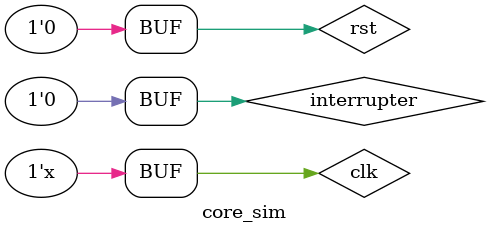
<source format=v>
`timescale 1ns / 1ps

module core_sim;
    reg clk, rst;

    reg interrupter;

    RV32core core(
        .debug_en(1'b0),
        .debug_step(1'b0),
        .debug_addr(7'b0),
        .debug_data(),
        .clk(clk),
        .rst(rst),
        .interrupter(interrupter)
    );

    initial begin
        clk = 0;
        rst = 1;
        interrupter = 0;
        #2 rst = 0;
        #30 interrupter = 1;
        #2 interrupter = 0;
        #38 interrupter = 1;
        #2 interrupter = 0;
    end
    always #1 clk = ~clk;

endmodule
</source>
